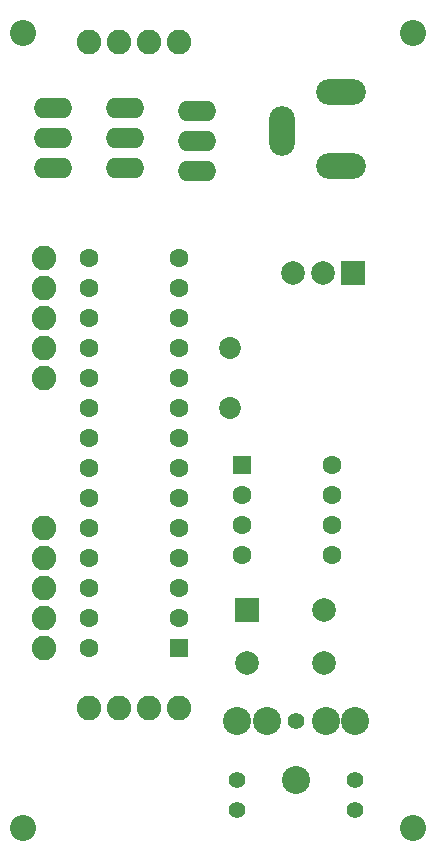
<source format=gbs>
G04 #@! TF.GenerationSoftware,KiCad,Pcbnew,(5.1.2)-2*
G04 #@! TF.CreationDate,2019-07-28T18:44:43-04:00*
G04 #@! TF.ProjectId,LED-Music,4c45442d-4d75-4736-9963-2e6b69636164,rev?*
G04 #@! TF.SameCoordinates,Original*
G04 #@! TF.FileFunction,Soldermask,Bot*
G04 #@! TF.FilePolarity,Negative*
%FSLAX46Y46*%
G04 Gerber Fmt 4.6, Leading zero omitted, Abs format (unit mm)*
G04 Created by KiCad (PCBNEW (5.1.2)-2) date 2019-07-28 18:44:43*
%MOMM*%
%LPD*%
G04 APERTURE LIST*
%ADD10C,2.203200*%
%ADD11C,1.600000*%
%ADD12R,1.600000X1.600000*%
%ADD13O,3.251200X1.727200*%
%ADD14C,2.082800*%
%ADD15C,2.000000*%
%ADD16R,2.000000X2.000000*%
%ADD17C,1.854200*%
%ADD18C,1.402080*%
%ADD19C,2.385060*%
%ADD20O,4.201160X2.202180*%
%ADD21O,2.202180X4.201160*%
G04 APERTURE END LIST*
D10*
X126492000Y-57150000D03*
X159512000Y-57150000D03*
X159512000Y-124460000D03*
X126492000Y-124460000D03*
D11*
X132080000Y-109220000D03*
X132080000Y-106680000D03*
X132080000Y-104140000D03*
X132080000Y-101600000D03*
X132080000Y-99060000D03*
X132080000Y-96520000D03*
X132080000Y-93980000D03*
X132080000Y-91440000D03*
X132080000Y-88900000D03*
X132080000Y-86360000D03*
X132080000Y-83820000D03*
X132080000Y-81280000D03*
X132080000Y-78740000D03*
X132080000Y-76200000D03*
X139700000Y-76200000D03*
X139700000Y-78740000D03*
X139700000Y-81280000D03*
X139700000Y-83820000D03*
X139700000Y-86360000D03*
X139700000Y-88900000D03*
X139700000Y-91440000D03*
X139700000Y-93980000D03*
X139700000Y-96520000D03*
X139700000Y-99060000D03*
X139700000Y-101600000D03*
X139700000Y-104140000D03*
X139700000Y-106680000D03*
D12*
X139700000Y-109220000D03*
D13*
X141224000Y-68834000D03*
X141224000Y-66294000D03*
X141224000Y-63754000D03*
D14*
X128270000Y-76200000D03*
X128270000Y-78740000D03*
X128270000Y-81280000D03*
X128270000Y-83820000D03*
X128270000Y-86360000D03*
X132080000Y-114300000D03*
X134620000Y-114300000D03*
X137160000Y-114300000D03*
X139700000Y-114300000D03*
X128270000Y-109220000D03*
X128270000Y-106680000D03*
X128270000Y-104140000D03*
X128270000Y-101600000D03*
X128270000Y-99060000D03*
D11*
X152654000Y-93726000D03*
X152654000Y-96266000D03*
X152654000Y-98806000D03*
X152654000Y-101346000D03*
X145034000Y-101346000D03*
X145034000Y-98806000D03*
X145034000Y-96266000D03*
D12*
X145034000Y-93726000D03*
D15*
X151916200Y-110428600D03*
X145416200Y-110428600D03*
X151916200Y-105928600D03*
D16*
X145416200Y-105928600D03*
D17*
X144018000Y-83820000D03*
X144018000Y-88900000D03*
D15*
X149352000Y-77470000D03*
X151892000Y-77470000D03*
D16*
X154432000Y-77470000D03*
D13*
X129032000Y-68580000D03*
X129032000Y-66040000D03*
X129032000Y-63500000D03*
X135128000Y-68580000D03*
X135128000Y-66040000D03*
X135128000Y-63500000D03*
D14*
X132080000Y-57912000D03*
X134620000Y-57912000D03*
X137160000Y-57912000D03*
X139700000Y-57912000D03*
D18*
X149606000Y-115397280D03*
X154604720Y-120396000D03*
X154604720Y-122895360D03*
X144607280Y-122895360D03*
X144607280Y-120396000D03*
D19*
X152105360Y-115397280D03*
X154604720Y-115397280D03*
X149606000Y-120396000D03*
X147106640Y-115397280D03*
X144607280Y-115397280D03*
D20*
X153377900Y-68409820D03*
D21*
X148376640Y-65407540D03*
D20*
X153377900Y-62108080D03*
M02*

</source>
